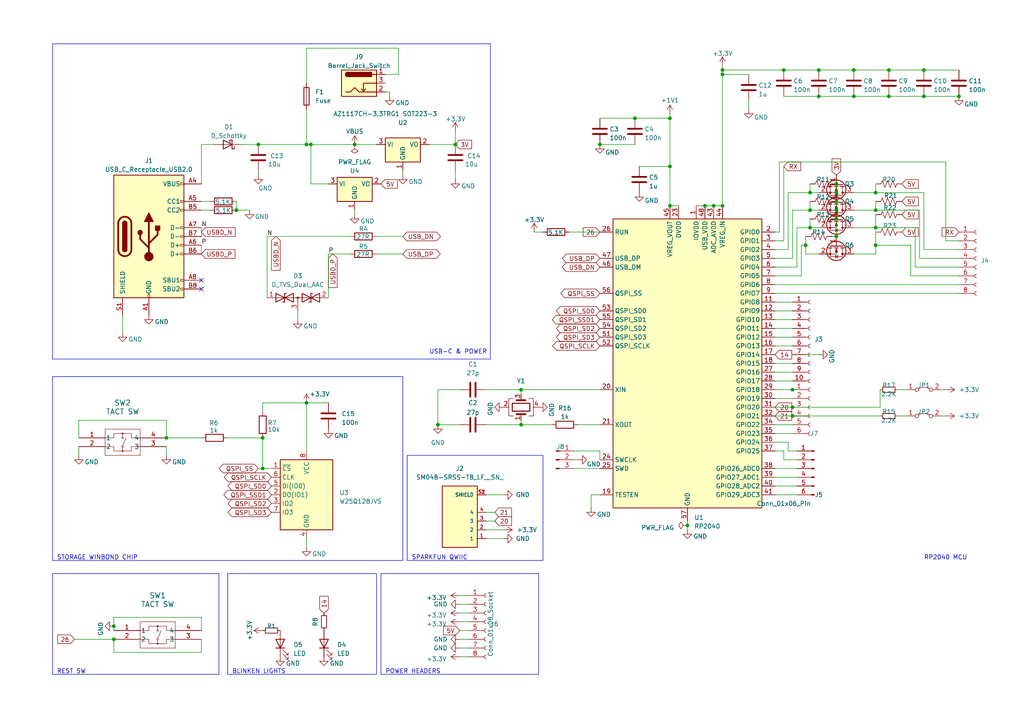
<source format=kicad_sch>
(kicad_sch (version 20230121) (generator eeschema)
  (paper "A4")
  (lib_symbols
    (symbol "BSS138_1" (pin_names hide)
      (property "Reference" "Q2" (at -5.08 5.08 90))
      (symbol "BSS138_1_1_1"
        (pin input line (at -2.54 0 0) (length 2.54) (name "G") (number "1"))
        (pin passive line (at 2.54 -5.08 90) (length 2.54) (name "S") (number "2"))
        (pin passive line (at 2.54 5.08 270) (length 2.54) (name "D") (number "3"))
      )
    )
    (symbol "Connector:Barrel_Jack_Switch" (pin_names hide)
      (property "Reference" "J" (at 0 5.334 0))
      (property "Value" "Barrel_Jack_Switch" (at 0 -5.08 0))
      (symbol "Barrel_Jack_Switch_1_1"
        (pin passive line (at 7.62 2.54 180) (length 2.54) (name "~") (number "1"))
        (pin passive line (at 7.62 -2.54 180) (length 2.54) (name "~") (number "2"))
        (pin passive line (at 7.62 0 180) (length 2.54) (name "~") (number "3"))
      )
    )
    (symbol "Connector:Conn_01x03_Pin" (pin_names (offset 1.016) hide)
      (property "Reference" "J" (at 0 5.08 0))
      (property "Value" "Conn_01x03_Pin" (at 0 -5.08 0))
      (symbol "Conn_01x03_Pin_1_1"
        (pin passive line (at 5.08 2.54 180) (length 3.81) (name "Pin_1") (number "1"))
        (pin passive line (at 5.08 0 180) (length 3.81) (name "Pin_2") (number "2"))
        (pin passive line (at 5.08 -2.54 180) (length 3.81) (name "Pin_3") (number "3"))
      )
    )
    (symbol "Connector:Conn_01x06_Pin" (pin_names (offset 1.016) hide)
      (property "Reference" "J" (at 0 7.62 0))
      (property "Value" "Conn_01x06_Pin" (at 0 -10.16 0))
      (symbol "Conn_01x06_Pin_1_1"
        (pin passive line (at 5.08 5.08 180) (length 3.81) (name "Pin_1") (number "1"))
        (pin passive line (at 5.08 2.54 180) (length 3.81) (name "Pin_2") (number "2"))
        (pin passive line (at 5.08 0 180) (length 3.81) (name "Pin_3") (number "3"))
        (pin passive line (at 5.08 -2.54 180) (length 3.81) (name "Pin_4") (number "4"))
        (pin passive line (at 5.08 -5.08 180) (length 3.81) (name "Pin_5") (number "5"))
        (pin passive line (at 5.08 -7.62 180) (length 3.81) (name "Pin_6") (number "6"))
      )
    )
    (symbol "Connector:Conn_01x06_Socket" (pin_names (offset 1.016) hide)
      (property "Reference" "J" (at 0 7.62 0))
      (property "Value" "Conn_01x06_Socket" (at 0 -10.16 0))
      (symbol "Conn_01x06_Socket_1_1"
        (pin passive line (at -5.08 5.08 0) (length 3.81) (name "Pin_1") (number "1"))
        (pin passive line (at -5.08 2.54 0) (length 3.81) (name "Pin_2") (number "2"))
        (pin passive line (at -5.08 0 0) (length 3.81) (name "Pin_3") (number "3"))
        (pin passive line (at -5.08 -2.54 0) (length 3.81) (name "Pin_4") (number "4"))
        (pin passive line (at -5.08 -5.08 0) (length 3.81) (name "Pin_5") (number "5"))
        (pin passive line (at -5.08 -7.62 0) (length 3.81) (name "Pin_6") (number "6"))
      )
    )
    (symbol "Connector:Conn_01x08_Socket" (pin_names (offset 1.016) hide)
      (property "Reference" "J" (at 0 10.16 0))
      (property "Value" "Conn_01x08_Socket" (at 0 -12.7 0))
      (symbol "Conn_01x08_Socket_1_1"
        (pin passive line (at -5.08 7.62 0) (length 3.81) (name "Pin_1") (number "1"))
        (pin passive line (at -5.08 5.08 0) (length 3.81) (name "Pin_2") (number "2"))
        (pin passive line (at -5.08 2.54 0) (length 3.81) (name "Pin_3") (number "3"))
        (pin passive line (at -5.08 0 0) (length 3.81) (name "Pin_4") (number "4"))
        (pin passive line (at -5.08 -2.54 0) (length 3.81) (name "Pin_5") (number "5"))
        (pin passive line (at -5.08 -5.08 0) (length 3.81) (name "Pin_6") (number "6"))
        (pin passive line (at -5.08 -7.62 0) (length 3.81) (name "Pin_7") (number "7"))
        (pin passive line (at -5.08 -10.16 0) (length 3.81) (name "Pin_8") (number "8"))
      )
    )
    (symbol "Connector:Conn_01x10_Socket" (pin_names (offset 1.016) hide)
      (property "Reference" "J" (at 0 12.7 0))
      (property "Value" "Conn_01x10_Socket" (at 0 -15.24 0))
      (symbol "Conn_01x10_Socket_1_1"
        (pin passive line (at -5.08 10.16 0) (length 3.81) (name "Pin_1") (number "1"))
        (pin passive line (at -5.08 -12.7 0) (length 3.81) (name "Pin_10") (number "10"))
        (pin passive line (at -5.08 7.62 0) (length 3.81) (name "Pin_2") (number "2"))
        (pin passive line (at -5.08 5.08 0) (length 3.81) (name "Pin_3") (number "3"))
        (pin passive line (at -5.08 2.54 0) (length 3.81) (name "Pin_4") (number "4"))
        (pin passive line (at -5.08 0 0) (length 3.81) (name "Pin_5") (number "5"))
        (pin passive line (at -5.08 -2.54 0) (length 3.81) (name "Pin_6") (number "6"))
        (pin passive line (at -5.08 -5.08 0) (length 3.81) (name "Pin_7") (number "7"))
        (pin passive line (at -5.08 -7.62 0) (length 3.81) (name "Pin_8") (number "8"))
        (pin passive line (at -5.08 -10.16 0) (length 3.81) (name "Pin_9") (number "9"))
      )
    )
    (symbol "Connector:USB_C_Receptacle_USB2.0" (pin_names (offset 1.016))
      (property "Reference" "J" (at -10.16 19.05 0))
      (property "Value" "USB_C_Receptacle_USB2.0" (at 19.05 19.05 0))
      (symbol "USB_C_Receptacle_USB2.0_1_1"
        (pin passive line (at 0 -22.86 90) (length 5.08) (name "GND") (number "A1"))
        (pin passive line (at 0 -22.86 90) (length 5.08) hide (name "GND") (number "A12"))
        (pin passive line (at 15.24 15.24 180) (length 5.08) (name "VBUS") (number "A4"))
        (pin bidirectional line (at 15.24 10.16 180) (length 5.08) (name "CC1") (number "A5"))
        (pin bidirectional line (at 15.24 -2.54 180) (length 5.08) (name "D+") (number "A6"))
        (pin bidirectional line (at 15.24 2.54 180) (length 5.08) (name "D-") (number "A7"))
        (pin bidirectional line (at 15.24 -12.7 180) (length 5.08) (name "SBU1") (number "A8"))
        (pin passive line (at 15.24 15.24 180) (length 5.08) hide (name "VBUS") (number "A9"))
        (pin passive line (at 0 -22.86 90) (length 5.08) hide (name "GND") (number "B1"))
        (pin passive line (at 0 -22.86 90) (length 5.08) hide (name "GND") (number "B12"))
        (pin passive line (at 15.24 15.24 180) (length 5.08) hide (name "VBUS") (number "B4"))
        (pin bidirectional line (at 15.24 7.62 180) (length 5.08) (name "CC2") (number "B5"))
        (pin bidirectional line (at 15.24 -5.08 180) (length 5.08) (name "D+") (number "B6"))
        (pin bidirectional line (at 15.24 0 180) (length 5.08) (name "D-") (number "B7"))
        (pin bidirectional line (at 15.24 -15.24 180) (length 5.08) (name "SBU2") (number "B8"))
        (pin passive line (at 15.24 15.24 180) (length 5.08) hide (name "VBUS") (number "B9"))
        (pin passive line (at -7.62 -22.86 90) (length 5.08) (name "SHIELD") (number "S1"))
      )
    )
    (symbol "Device:C" (pin_numbers hide) (pin_names (offset 0.254))
      (property "Reference" "C" (at 0.635 2.54 0))
      (property "Value" "C" (at 0.635 -2.54 0))
      (symbol "C_1_1"
        (pin passive line (at 0 3.81 270) (length 2.794) (name "~") (number "1"))
        (pin passive line (at 0 -3.81 90) (length 2.794) (name "~") (number "2"))
      )
    )
    (symbol "Device:Crystal_GND24" (pin_names (offset 1.016) hide)
      (property "Reference" "Y" (at 3.175 5.08 0))
      (property "Value" "Crystal_GND24" (at 3.175 3.175 0))
      (symbol "Crystal_GND24_1_1"
        (pin passive line (at -3.81 0 0) (length 1.27) (name "1") (number "1"))
        (pin passive line (at 0 5.08 270) (length 1.27) (name "2") (number "2"))
        (pin passive line (at 3.81 0 180) (length 1.27) (name "3") (number "3"))
        (pin passive line (at 0 -5.08 90) (length 1.27) (name "4") (number "4"))
      )
    )
    (symbol "Device:D_Schottky" (pin_numbers hide) (pin_names (offset 1.016) hide)
      (property "Reference" "D" (at 0 2.54 0))
      (property "Value" "D_Schottky" (at 0 -2.54 0))
      (symbol "D_Schottky_1_1"
        (pin passive line (at -3.81 0 0) (length 2.54) (name "K") (number "1"))
        (pin passive line (at 3.81 0 180) (length 2.54) (name "A") (number "2"))
      )
    )
    (symbol "Device:D_TVS_Dual_AAC" (pin_names (offset 1.016) hide)
      (property "Reference" "D" (at 0 4.445 0))
      (property "Value" "D_TVS_Dual_AAC" (at 0 2.54 0))
      (symbol "D_TVS_Dual_AAC_1_1"
        (pin passive line (at -8.89 0 0) (length 2.54) (name "A1") (number "1"))
        (pin passive line (at 8.89 0 180) (length 2.54) (name "A2") (number "2"))
        (pin input line (at 0 -3.81 90) (length 2.54) (name "common") (number "3"))
      )
    )
    (symbol "Device:Fuse" (pin_numbers hide) (pin_names (offset 0))
      (property "Reference" "F" (at 2.032 0 90))
      (property "Value" "Fuse" (at -1.905 0 90))
      (symbol "Fuse_1_1"
        (pin passive line (at 0 3.81 270) (length 1.27) (name "~") (number "1"))
        (pin passive line (at 0 -3.81 90) (length 1.27) (name "~") (number "2"))
      )
    )
    (symbol "Device:LED" (pin_numbers hide) (pin_names (offset 1.016) hide)
      (property "Reference" "D" (at 0 2.54 0))
      (property "Value" "LED" (at 0 -2.54 0))
      (symbol "LED_1_1"
        (pin passive line (at -3.81 0 0) (length 2.54) (name "K") (number "1"))
        (pin passive line (at 3.81 0 180) (length 2.54) (name "A") (number "2"))
      )
    )
    (symbol "Device:R" (pin_numbers hide) (pin_names (offset 0))
      (property "Reference" "R" (at 2.032 0 90))
      (property "Value" "R" (at 0 0 90))
      (symbol "R_1_1"
        (pin passive line (at 0 3.81 270) (length 1.27) (name "~") (number "1"))
        (pin passive line (at 0 -3.81 90) (length 1.27) (name "~") (number "2"))
      )
    )
    (symbol "Device:R_Small" (pin_numbers hide) (pin_names (offset 0.254) hide)
      (property "Reference" "R" (at 0.762 0.508 0))
      (property "Value" "R_Small" (at 0.762 -1.016 0))
      (symbol "R_Small_1_1"
        (pin passive line (at 0 2.54 270) (length 0.762) (name "~") (number "1"))
        (pin passive line (at 0 -2.54 90) (length 0.762) (name "~") (number "2"))
      )
    )
    (symbol "Device:R_US" (pin_numbers hide) (pin_names (offset 0))
      (property "Reference" "R" (at 2.54 0 90))
      (property "Value" "R_US" (at -2.54 0 90))
      (symbol "R_US_1_1"
        (pin passive line (at 0 3.81 270) (length 1.27) (name "~") (number "1"))
        (pin passive line (at 0 -3.81 90) (length 1.27) (name "~") (number "2"))
      )
    )
    (symbol "Jumper:Jumper_2_Bridged" (pin_names (offset 0) hide)
      (property "Reference" "JP" (at 0 1.905 0))
      (property "Value" "Jumper_2_Bridged" (at 0 -2.54 0))
      (symbol "Jumper_2_Bridged_1_1"
        (pin passive line (at -5.08 0 0) (length 2.54) (name "A") (number "1"))
        (pin passive line (at 5.08 0 180) (length 2.54) (name "B") (number "2"))
      )
    )
    (symbol "MCU_RaspberryPi:RP2040"
      (property "Reference" "U" (at 17.78 45.72 0))
      (property "Value" "RP2040" (at 17.78 43.18 0))
      (symbol "RP2040_1_1"
        (pin power_in line (at 2.54 45.72 270) (length 3.81) (name "IOVDD") (number "1"))
        (pin passive line (at 2.54 45.72 270) (length 3.81) hide (name "IOVDD") (number "10"))
        (pin bidirectional line (at 25.4 17.78 180) (length 3.81) (name "GPIO8") (number "11"))
        (pin bidirectional line (at 25.4 15.24 180) (length 3.81) (name "GPIO9") (number "12"))
        (pin bidirectional line (at 25.4 12.7 180) (length 3.81) (name "GPIO10") (number "13"))
        (pin bidirectional line (at 25.4 10.16 180) (length 3.81) (name "GPIO11") (number "14"))
        (pin bidirectional line (at 25.4 7.62 180) (length 3.81) (name "GPIO12") (number "15"))
        (pin bidirectional line (at 25.4 5.08 180) (length 3.81) (name "GPIO13") (number "16"))
        (pin bidirectional line (at 25.4 2.54 180) (length 3.81) (name "GPIO14") (number "17"))
        (pin bidirectional line (at 25.4 0 180) (length 3.81) (name "GPIO15") (number "18"))
        (pin input line (at -25.4 -38.1 0) (length 3.81) (name "TESTEN") (number "19"))
        (pin bidirectional line (at 25.4 38.1 180) (length 3.81) (name "GPIO0") (number "2"))
        (pin input line (at -25.4 -7.62 0) (length 3.81) (name "XIN") (number "20"))
        (pin passive line (at -25.4 -17.78 0) (length 3.81) (name "XOUT") (number "21"))
        (pin passive line (at 2.54 45.72 270) (length 3.81) hide (name "IOVDD") (number "22"))
        (pin power_in line (at -2.54 45.72 270) (length 3.81) (name "DVDD") (number "23"))
        (pin output line (at -25.4 -27.94 0) (length 3.81) (name "SWCLK") (number "24"))
        (pin bidirectional line (at -25.4 -30.48 0) (length 3.81) (name "SWD") (number "25"))
        (pin input line (at -25.4 38.1 0) (length 3.81) (name "RUN") (number "26"))
        (pin bidirectional line (at 25.4 -2.54 180) (length 3.81) (name "GPIO16") (number "27"))
        (pin bidirectional line (at 25.4 -5.08 180) (length 3.81) (name "GPIO17") (number "28"))
        (pin bidirectional line (at 25.4 -7.62 180) (length 3.81) (name "GPIO18") (number "29"))
        (pin bidirectional line (at 25.4 35.56 180) (length 3.81) (name "GPIO1") (number "3"))
        (pin bidirectional line (at 25.4 -10.16 180) (length 3.81) (name "GPIO19") (number "30"))
        (pin bidirectional line (at 25.4 -12.7 180) (length 3.81) (name "GPIO20") (number "31"))
        (pin bidirectional line (at 25.4 -15.24 180) (length 3.81) (name "GPIO21") (number "32"))
        (pin passive line (at 2.54 45.72 270) (length 3.81) hide (name "IOVDD") (number "33"))
        (pin bidirectional line (at 25.4 -17.78 180) (length 3.81) (name "GPIO22") (number "34"))
        (pin bidirectional line (at 25.4 -20.32 180) (length 3.81) (name "GPIO23") (number "35"))
        (pin bidirectional line (at 25.4 -22.86 180) (length 3.81) (name "GPIO24") (number "36"))
        (pin bidirectional line (at 25.4 -25.4 180) (length 3.81) (name "GPIO25") (number "37"))
        (pin bidirectional line (at 25.4 -30.48 180) (length 3.81) (name "GPIO26_ADC0") (number "38"))
        (pin bidirectional line (at 25.4 -33.02 180) (length 3.81) (name "GPIO27_ADC1") (number "39"))
        (pin bidirectional line (at 25.4 33.02 180) (length 3.81) (name "GPIO2") (number "4"))
        (pin bidirectional line (at 25.4 -35.56 180) (length 3.81) (name "GPIO28_ADC2") (number "40"))
        (pin bidirectional line (at 25.4 -38.1 180) (length 3.81) (name "GPIO29_ADC3") (number "41"))
        (pin passive line (at 2.54 45.72 270) (length 3.81) hide (name "IOVDD") (number "42"))
        (pin power_in line (at 7.62 45.72 270) (length 3.81) (name "ADC_AVDD") (number "43"))
        (pin power_in line (at 10.16 45.72 270) (length 3.81) (name "VREG_IN") (number "44"))
        (pin power_out line (at -5.08 45.72 270) (length 3.81) (name "VREG_VOUT") (number "45"))
        (pin bidirectional line (at -25.4 27.94 0) (length 3.81) (name "USB_DM") (number "46"))
        (pin bidirectional line (at -25.4 30.48 0) (length 3.81) (name "USB_DP") (number "47"))
        (pin power_in line (at 5.08 45.72 270) (length 3.81) (name "USB_VDD") (number "48"))
        (pin passive line (at 2.54 45.72 270) (length 3.81) hide (name "IOVDD") (number "49"))
        (pin bidirectional line (at 25.4 30.48 180) (length 3.81) (name "GPIO3") (number "5"))
        (pin passive line (at -2.54 45.72 270) (length 3.81) hide (name "DVDD") (number "50"))
        (pin bidirectional line (at -25.4 7.62 0) (length 3.81) (name "QSPI_SD3") (number "51"))
        (pin output line (at -25.4 5.08 0) (length 3.81) (name "QSPI_SCLK") (number "52"))
        (pin bidirectional line (at -25.4 15.24 0) (length 3.81) (name "QSPI_SD0") (number "53"))
        (pin bidirectional line (at -25.4 10.16 0) (length 3.81) (name "QSPI_SD2") (number "54"))
        (pin bidirectional line (at -25.4 12.7 0) (length 3.81) (name "QSPI_SD1") (number "55"))
        (pin bidirectional line (at -25.4 20.32 0) (length 3.81) (name "QSPI_SS") (number "56"))
        (pin power_in line (at 0 -45.72 90) (length 3.81) (name "GND") (number "57"))
        (pin bidirectional line (at 25.4 27.94 180) (length 3.81) (name "GPIO4") (number "6"))
        (pin bidirectional line (at 25.4 25.4 180) (length 3.81) (name "GPIO5") (number "7"))
        (pin bidirectional line (at 25.4 22.86 180) (length 3.81) (name "GPIO6") (number "8"))
        (pin bidirectional line (at 25.4 20.32 180) (length 3.81) (name "GPIO7") (number "9"))
      )
    )
    (symbol "Memory_Flash:W25Q128JVS"
      (property "Reference" "U" (at -8.89 8.89 0))
      (property "Value" "W25Q128JVS" (at 7.62 8.89 0))
      (symbol "W25Q128JVS_1_1"
        (pin input line (at -10.16 7.62 0) (length 2.54) (name "~{CS}") (number "1"))
        (pin bidirectional line (at -10.16 0 0) (length 2.54) (name "DO(IO1)") (number "2"))
        (pin bidirectional line (at -10.16 -2.54 0) (length 2.54) (name "IO2") (number "3"))
        (pin power_in line (at 0 -12.7 90) (length 2.54) (name "GND") (number "4"))
        (pin bidirectional line (at -10.16 2.54 0) (length 2.54) (name "DI(IO0)") (number "5"))
        (pin input line (at -10.16 5.08 0) (length 2.54) (name "CLK") (number "6"))
        (pin bidirectional line (at -10.16 -5.08 0) (length 2.54) (name "IO3") (number "7"))
        (pin power_in line (at 0 12.7 270) (length 2.54) (name "VCC") (number "8"))
      )
    )
    (symbol "Regulator_Linear:AMS1117-5.0"
      (property "Reference" "U" (at -3.81 3.175 0))
      (property "Value" "AMS1117-5.0" (at 0 3.175 0))
      (symbol "AMS1117-5.0_1_1"
        (pin power_in line (at 0 -7.62 90) (length 2.54) (name "GND") (number "1"))
        (pin power_out line (at 7.62 0 180) (length 2.54) (name "VO") (number "2"))
        (pin power_in line (at -7.62 0 0) (length 2.54) (name "VI") (number "3"))
      )
    )
    (symbol "Regulator_Linear:NCP1117-3.3_SOT223"
      (property "Reference" "U" (at -3.81 3.175 0))
      (property "Value" "NCP1117-3.3_SOT223" (at 0 3.175 0))
      (symbol "NCP1117-3.3_SOT223_1_1"
        (pin power_in line (at 0 -7.62 90) (length 2.54) (name "GND") (number "1"))
        (pin power_out line (at 7.62 0 180) (length 2.54) (name "VO") (number "2"))
        (pin power_in line (at -7.62 0 0) (length 2.54) (name "VI") (number "3"))
      )
    )
    (symbol "evqp7c01p:EVQP7C01P" (pin_names (offset 0.254))
      (property "Reference" "SW1" (at 12.7 10.16 0))
      (property "Value" "EVQP7C01P" (at 12.7 7.62 0))
      (symbol "EVQP7C01P_0_1"
        (pin passive line (at 0 0 0) (length 7.62) (name "1") (number "1"))
        (pin passive line (at 0 -2.54 0) (length 7.62) (name "2") (number "2"))
        (pin passive line (at 25.4 -2.54 180) (length 7.62) (name "3") (number "3"))
        (pin passive line (at 25.4 0 180) (length 7.62) (name "4") (number "4"))
      )
    )
    (symbol "power:+1V1" (power) (pin_names (offset 0))
      (property "Value" "+1V1" (at 0 3.556 0))
      (symbol "+1V1_1_1"
        (pin power_in line (at 0 0 90) (length 0) hide (name "+1V1") (number "1"))
      )
    )
    (symbol "power:+3.3V" (power) (pin_names (offset 0))
      (property "Value" "+3.3V" (at 0 3.556 0))
      (symbol "+3.3V_1_1"
        (pin power_in line (at 0 0 90) (length 0) hide (name "+3.3V") (number "1"))
      )
    )
    (symbol "power:GND" (power) (pin_names (offset 0))
      (property "Value" "GND" (at 0 -3.81 0))
      (symbol "GND_1_1"
        (pin power_in line (at 0 0 270) (length 0) hide (name "GND") (number "1"))
      )
    )
    (symbol "power:PWR_FLAG" (power) (pin_numbers hide) (pin_names (offset 0) hide)
      (property "Value" "PWR_FLAG" (at 0 3.81 0))
      (symbol "PWR_FLAG_0_0"
        (pin power_out line (at 0 0 90) (length 0) (name "pwr") (number "1"))
      )
    )
    (symbol "power:VBUS" (power) (pin_names (offset 0))
      (property "Value" "VBUS" (at 0 3.81 0))
      (symbol "VBUS_1_1"
        (pin power_in line (at 0 0 90) (length 0) hide (name "VBUS") (number "1"))
      )
    )
    (symbol "sparkfun-qwiic:SM04B-SRSS-TB_LF__SN_" (pin_names (offset 1.016))
      (property "Reference" "J" (at -5.0831 8.1433 0))
      (property "Value" "SM04B-SRSS-TB_LF__SN_" (at -5.0835 -11.9557 0))
      (symbol "SM04B-SRSS-TB_LF__SN__0_0"
        (pin passive line (at -7.62 5.08 0) (length 2.54) (name "1") (number "1"))
        (pin passive line (at -7.62 2.54 0) (length 2.54) (name "2") (number "2"))
        (pin passive line (at -7.62 0 0) (length 2.54) (name "3") (number "3"))
        (pin passive line (at -7.62 -2.54 0) (length 2.54) (name "4") (number "4"))
        (pin passive line (at -7.62 -7.62 0) (length 2.54) (name "SHIELD") (number "S1"))
        (pin passive line (at -7.62 -7.62 0) (length 2.54) (name "SHIELD") (number "S2"))
      )
    )
  )
  (junction (at 254 66.04))
  (junction (at 237.49 20.32))
  (junction (at 194.31 34.29))
  (junction (at 74.93 41.91))
  (junction (at 242.57 58.42))
  (junction (at 76.2 127))
  (junction (at 257.81 27.94))
  (junction (at 48.26 127))
  (junction (at 88.9 116.84))
  (junction (at 127 123.19))
  (junction (at 254 55.88))
  (junction (at 237.49 27.94))
  (junction (at 209.55 59.69))
  (junction (at 204.47 59.69))
  (junction (at 234.95 60.96))
  (junction (at 229.87 118.11))
  (junction (at 242.57 60.96))
  (junction (at 76.2 135.89))
  (junction (at 209.55 20.32))
  (junction (at 194.31 48.26))
  (junction (at 242.57 63.5))
  (junction (at 209.55 21.59))
  (junction (at 242.57 53.34))
  (junction (at 102.87 41.91))
  (junction (at 207.01 59.69))
  (junction (at 257.81 20.32))
  (junction (at 33.02 181.61))
  (junction (at 194.31 59.69))
  (junction (at 242.57 55.88))
  (junction (at 88.9 41.91))
  (junction (at 90.17 41.91))
  (junction (at 278.13 27.94))
  (junction (at 233.68 71.12))
  (junction (at 247.65 20.32))
  (junction (at 68.58 60.96))
  (junction (at 184.15 34.29))
  (junction (at 132.08 41.91))
  (junction (at 234.95 55.88))
  (junction (at 173.99 41.91))
  (junction (at 242.57 68.58))
  (junction (at 229.87 113.03))
  (junction (at 254 71.12))
  (junction (at 151.13 123.19))
  (junction (at 247.65 27.94))
  (junction (at 199.39 152.4))
  (junction (at 267.97 27.94))
  (junction (at 254 60.96))
  (junction (at 33.02 185.42))
  (junction (at 267.97 20.32))
  (junction (at 229.87 120.65))
  (junction (at 151.13 113.03))
  (junction (at 234.95 66.04))
  (junction (at 227.33 20.32))
  (no_connect (at 58.42 81.28))
  (no_connect (at 58.42 83.82))
  (wire (pts (xy 69.85 41.91) (xy 74.93 41.91)))
  (wire (pts (xy 254 71.12) (xy 264.16 71.12)))
  (wire (pts (xy 167.64 123.19) (xy 173.99 123.19)))
  (wire (pts (xy 173.99 41.91) (xy 184.15 41.91)))
  (wire (pts (xy 76.2 135.89) (xy 78.74 135.89)))
  (wire (pts (xy 133.35 177.8) (xy 135.89 177.8)))
  (wire (pts (xy 74.93 135.89) (xy 76.2 135.89)))
  (wire (pts (xy 66.04 127) (xy 76.2 127)))
  (wire (pts (xy 194.31 48.26) (xy 194.31 59.69)))
  (wire (pts (xy 228.6 130.81) (xy 231.14 130.81)))
  (wire (pts (xy 224.79 110.49) (xy 229.87 110.49)))
  (wire (pts (xy 254 73.66) (xy 254 71.12)))
  (wire (pts (xy 224.79 87.63) (xy 229.87 87.63)))
  (wire (pts (xy 224.79 140.97) (xy 231.14 140.97)))
  (wire (pts (xy 33.02 182.88) (xy 33.02 181.61)))
  (wire (pts (xy 233.68 73.66) (xy 237.49 73.66)))
  (wire (pts (xy 233.68 68.58) (xy 233.68 71.12)))
  (wire (pts (xy 224.79 95.25) (xy 229.87 95.25)))
  (wire (pts (xy 264.16 71.12) (xy 264.16 80.01)))
  (wire (pts (xy 102.87 41.91) (xy 109.22 41.91)))
  (wire (pts (xy 22.86 121.92) (xy 48.26 121.92)))
  (wire (pts (xy 194.31 33.02) (xy 194.31 34.29)))
  (wire (pts (xy 224.79 97.79) (xy 229.87 97.79)))
  (wire (pts (xy 151.13 123.19) (xy 160.02 123.19)))
  (wire (pts (xy 224.79 120.65) (xy 229.87 120.65)))
  (wire (pts (xy 229.87 102.87) (xy 237.49 102.87)))
  (wire (pts (xy 224.79 135.89) (xy 231.14 135.89)))
  (wire (pts (xy 260.35 120.65) (xy 262.89 120.65)))
  (wire (pts (xy 232.41 71.12) (xy 233.68 71.12)))
  (wire (pts (xy 231.14 77.47) (xy 231.14 66.04)))
  (wire (pts (xy 247.65 27.94) (xy 257.81 27.94)))
  (wire (pts (xy 194.31 34.29) (xy 194.31 48.26)))
  (wire (pts (xy 273.05 113.03) (xy 274.32 113.03)))
  (wire (pts (xy 232.41 80.01) (xy 232.41 71.12)))
  (wire (pts (xy 265.43 66.04) (xy 265.43 77.47)))
  (wire (pts (xy 224.79 138.43) (xy 231.14 138.43)))
  (wire (pts (xy 226.06 67.31) (xy 224.79 67.31)))
  (wire (pts (xy 201.93 59.69) (xy 204.47 59.69)))
  (wire (pts (xy 254 60.96) (xy 266.7 60.96)))
  (wire (pts (xy 68.58 60.96) (xy 72.39 60.96)))
  (wire (pts (xy 229.87 120.65) (xy 255.27 120.65)))
  (wire (pts (xy 166.37 135.89) (xy 173.99 135.89)))
  (wire (pts (xy 254 58.42) (xy 254 60.96)))
  (wire (pts (xy 274.32 69.85) (xy 278.13 69.85)))
  (wire (pts (xy 173.99 143.51) (xy 171.45 143.51)))
  (wire (pts (xy 242.57 58.42) (xy 242.57 60.96)))
  (wire (pts (xy 58.42 189.23) (xy 58.42 185.42)))
  (wire (pts (xy 102.87 60.96) (xy 102.87 62.23)))
  (wire (pts (xy 33.02 181.61) (xy 33.02 179.07)))
  (wire (pts (xy 224.79 80.01) (xy 232.41 80.01)))
  (wire (pts (xy 95.25 53.34) (xy 90.17 53.34)))
  (wire (pts (xy 255.27 118.11) (xy 255.27 113.03)))
  (wire (pts (xy 264.16 80.01) (xy 278.13 80.01)))
  (wire (pts (xy 224.79 77.47) (xy 231.14 77.47)))
  (wire (pts (xy 109.22 68.58) (xy 116.84 68.58)))
  (wire (pts (xy 254 55.88) (xy 267.97 55.88)))
  (wire (pts (xy 35.56 91.44) (xy 35.56 96.52)))
  (wire (pts (xy 132.08 49.53) (xy 132.08 52.07)))
  (wire (pts (xy 166.37 130.81) (xy 173.99 130.81)))
  (wire (pts (xy 151.13 113.03) (xy 151.13 114.3)))
  (wire (pts (xy 267.97 72.39) (xy 278.13 72.39)))
  (wire (pts (xy 58.42 41.91) (xy 62.23 41.91)))
  (wire (pts (xy 33.02 179.07) (xy 58.42 179.07)))
  (wire (pts (xy 229.87 60.96) (xy 234.95 60.96)))
  (wire (pts (xy 224.79 107.95) (xy 229.87 107.95)))
  (wire (pts (xy 77.47 68.58) (xy 101.6 68.58)))
  (wire (pts (xy 227.33 27.94) (xy 237.49 27.94)))
  (wire (pts (xy 115.57 21.59) (xy 115.57 13.97)))
  (wire (pts (xy 21.59 185.42) (xy 33.02 185.42)))
  (wire (pts (xy 227.33 69.85) (xy 227.33 48.26)))
  (wire (pts (xy 127 123.19) (xy 133.35 123.19)))
  (wire (pts (xy 140.97 151.13) (xy 143.51 151.13)))
  (wire (pts (xy 247.65 55.88) (xy 254 55.88)))
  (wire (pts (xy 229.87 113.03) (xy 231.14 113.03)))
  (wire (pts (xy 90.17 41.91) (xy 102.87 41.91)))
  (wire (pts (xy 88.9 31.75) (xy 88.9 41.91)))
  (wire (pts (xy 133.35 190.5) (xy 135.89 190.5)))
  (wire (pts (xy 231.14 66.04) (xy 234.95 66.04)))
  (wire (pts (xy 146.05 153.67) (xy 140.97 153.67)))
  (wire (pts (xy 48.26 127) (xy 58.42 127)))
  (wire (pts (xy 173.99 34.29) (xy 184.15 34.29)))
  (wire (pts (xy 124.46 41.91) (xy 132.08 41.91)))
  (wire (pts (xy 267.97 20.32) (xy 278.13 20.32)))
  (wire (pts (xy 22.86 127) (xy 22.86 121.92)))
  (wire (pts (xy 224.79 130.81) (xy 227.33 130.81)))
  (wire (pts (xy 226.06 46.99) (xy 274.32 46.99)))
  (wire (pts (xy 224.79 125.73) (xy 229.87 125.73)))
  (wire (pts (xy 260.35 113.03) (xy 262.89 113.03)))
  (wire (pts (xy 265.43 77.47) (xy 278.13 77.47)))
  (wire (pts (xy 233.68 73.66) (xy 233.68 71.12)))
  (wire (pts (xy 209.55 21.59) (xy 217.17 21.59)))
  (wire (pts (xy 226.06 46.99) (xy 226.06 67.31)))
  (wire (pts (xy 86.36 90.17) (xy 86.36 92.71)))
  (wire (pts (xy 224.79 82.55) (xy 278.13 82.55)))
  (wire (pts (xy 242.57 53.34) (xy 242.57 55.88)))
  (wire (pts (xy 224.79 92.71) (xy 229.87 92.71)))
  (wire (pts (xy 254 67.31) (xy 254 71.12)))
  (wire (pts (xy 229.87 118.11) (xy 255.27 118.11)))
  (wire (pts (xy 22.86 129.54) (xy 22.86 132.08)))
  (wire (pts (xy 209.55 20.32) (xy 209.55 21.59)))
  (wire (pts (xy 184.15 34.29) (xy 194.31 34.29)))
  (wire (pts (xy 140.97 123.19) (xy 151.13 123.19)))
  (wire (pts (xy 228.6 72.39) (xy 228.6 55.88)))
  (wire (pts (xy 209.55 19.05) (xy 209.55 20.32)))
  (wire (pts (xy 266.7 60.96) (xy 266.7 74.93)))
  (wire (pts (xy 58.42 53.34) (xy 58.42 41.91)))
  (wire (pts (xy 234.95 66.04) (xy 237.49 66.04)))
  (wire (pts (xy 133.35 182.88) (xy 135.89 182.88)))
  (wire (pts (xy 95.25 73.66) (xy 95.25 86.36)))
  (wire (pts (xy 165.1 67.31) (xy 173.99 67.31)))
  (wire (pts (xy 133.35 185.42) (xy 135.89 185.42)))
  (wire (pts (xy 224.79 143.51) (xy 231.14 143.51)))
  (wire (pts (xy 207.01 59.69) (xy 209.55 59.69)))
  (wire (pts (xy 88.9 116.84) (xy 88.9 130.81)))
  (wire (pts (xy 254 66.04) (xy 265.43 66.04)))
  (wire (pts (xy 58.42 71.12) (xy 58.42 73.66)))
  (wire (pts (xy 224.79 85.09) (xy 278.13 85.09)))
  (wire (pts (xy 33.02 189.23) (xy 58.42 189.23)))
  (wire (pts (xy 127 113.03) (xy 133.35 113.03)))
  (wire (pts (xy 234.95 60.96) (xy 237.49 60.96)))
  (wire (pts (xy 90.17 53.34) (xy 90.17 41.91)))
  (wire (pts (xy 199.39 153.67) (xy 199.39 152.4)))
  (wire (pts (xy 58.42 58.42) (xy 60.96 58.42)))
  (wire (pts (xy 58.42 60.96) (xy 60.96 60.96)))
  (wire (pts (xy 199.39 152.4) (xy 199.39 151.13)))
  (wire (pts (xy 247.65 66.04) (xy 254 66.04)))
  (wire (pts (xy 209.55 20.32) (xy 227.33 20.32)))
  (wire (pts (xy 77.47 68.58) (xy 77.47 86.36)))
  (wire (pts (xy 247.65 73.66) (xy 254 73.66)))
  (wire (pts (xy 257.81 20.32) (xy 267.97 20.32)))
  (wire (pts (xy 224.79 90.17) (xy 229.87 90.17)))
  (wire (pts (xy 242.57 60.96) (xy 242.57 63.5)))
  (wire (pts (xy 242.57 50.8) (xy 242.57 53.34)))
  (wire (pts (xy 133.35 187.96) (xy 135.89 187.96)))
  (wire (pts (xy 111.76 26.67) (xy 113.03 26.67)))
  (wire (pts (xy 113.03 26.67) (xy 113.03 27.94)))
  (wire (pts (xy 151.13 121.92) (xy 151.13 123.19)))
  (wire (pts (xy 209.55 21.59) (xy 209.55 59.69)))
  (wire (pts (xy 116.84 49.53) (xy 116.84 50.8)))
  (wire (pts (xy 58.42 66.04) (xy 58.42 68.58)))
  (wire (pts (xy 146.05 143.51) (xy 140.97 143.51)))
  (wire (pts (xy 241.3 68.58) (xy 242.57 68.58)))
  (wire (pts (xy 273.05 120.65) (xy 274.32 120.65)))
  (wire (pts (xy 76.2 116.84) (xy 88.9 116.84)))
  (wire (pts (xy 68.58 58.42) (xy 68.58 60.96)))
  (wire (pts (xy 217.17 29.21) (xy 217.17 31.75)))
  (wire (pts (xy 146.05 156.21) (xy 140.97 156.21)))
  (wire (pts (xy 227.33 20.32) (xy 237.49 20.32)))
  (wire (pts (xy 247.65 60.96) (xy 254 60.96)))
  (wire (pts (xy 111.76 21.59) (xy 115.57 21.59)))
  (wire (pts (xy 224.79 115.57) (xy 229.87 115.57)))
  (wire (pts (xy 171.45 143.51) (xy 171.45 147.32)))
  (wire (pts (xy 237.49 20.32) (xy 247.65 20.32)))
  (wire (pts (xy 224.79 72.39) (xy 228.6 72.39)))
  (wire (pts (xy 133.35 172.72) (xy 135.89 172.72)))
  (wire (pts (xy 132.08 38.1) (xy 132.08 41.91)))
  (wire (pts (xy 33.02 185.42) (xy 33.02 189.23)))
  (wire (pts (xy 274.32 46.99) (xy 274.32 69.85)))
  (wire (pts (xy 109.22 73.66) (xy 116.84 73.66)))
  (wire (pts (xy 151.13 113.03) (xy 173.99 113.03)))
  (wire (pts (xy 224.79 74.93) (xy 229.87 74.93)))
  (wire (pts (xy 254 53.34) (xy 254 55.88)))
  (wire (pts (xy 224.79 100.33) (xy 229.87 100.33)))
  (wire (pts (xy 140.97 113.03) (xy 151.13 113.03)))
  (wire (pts (xy 133.35 180.34) (xy 135.89 180.34)))
  (wire (pts (xy 224.79 113.03) (xy 229.87 113.03)))
  (wire (pts (xy 229.87 74.93) (xy 229.87 60.96)))
  (wire (pts (xy 224.79 128.27) (xy 228.6 128.27)))
  (wire (pts (xy 234.95 55.88) (xy 237.49 55.88)))
  (wire (pts (xy 242.57 55.88) (xy 242.57 58.42)))
  (wire (pts (xy 234.95 63.5) (xy 234.95 66.04)))
  (wire (pts (xy 185.42 48.26) (xy 194.31 48.26)))
  (wire (pts (xy 224.79 123.19) (xy 229.87 123.19)))
  (wire (pts (xy 88.9 41.91) (xy 90.17 41.91)))
  (wire (pts (xy 48.26 121.92) (xy 48.26 127)))
  (wire (pts (xy 257.81 27.94) (xy 267.97 27.94)))
  (wire (pts (xy 242.57 63.5) (xy 242.57 68.58)))
  (wire (pts (xy 74.93 41.91) (xy 88.9 41.91)))
  (wire (pts (xy 224.79 69.85) (xy 227.33 69.85)))
  (wire (pts (xy 88.9 13.97) (xy 88.9 24.13)))
  (wire (pts (xy 166.37 133.35) (xy 167.64 133.35)))
  (wire (pts (xy 74.93 49.53) (xy 74.93 50.8)))
  (wire (pts (xy 228.6 128.27) (xy 228.6 130.81)))
  (wire (pts (xy 154.94 67.31) (xy 157.48 67.31)))
  (wire (pts (xy 48.26 129.54) (xy 48.26 132.08)))
  (wire (pts (xy 234.95 58.42) (xy 234.95 60.96)))
  (wire (pts (xy 267.97 27.94) (xy 278.13 27.94)))
  (wire (pts (xy 227.33 130.81) (xy 227.33 133.35)))
  (wire (pts (xy 237.49 27.94) (xy 247.65 27.94)))
  (wire (pts (xy 194.31 59.69) (xy 196.85 59.69)))
  (wire (pts (xy 173.99 130.81) (xy 173.99 133.35)))
  (wire (pts (xy 88.9 156.21) (xy 88.9 158.75)))
  (wire (pts (xy 224.79 118.11) (xy 229.87 118.11)))
  (wire (pts (xy 115.57 13.97) (xy 88.9 13.97)))
  (wire (pts (xy 76.2 116.84) (xy 76.2 119.38)))
  (wire (pts (xy 95.25 73.66) (xy 101.6 73.66)))
  (wire (pts (xy 234.95 53.34) (xy 234.95 55.88)))
  (wire (pts (xy 267.97 55.88) (xy 267.97 72.39)))
  (wire (pts (xy 224.79 105.41) (xy 229.87 105.41)))
  (wire (pts (xy 58.42 179.07) (xy 58.42 182.88)))
  (wire (pts (xy 88.9 116.84) (xy 95.25 116.84)))
  (wire (pts (xy 266.7 74.93) (xy 278.13 74.93)))
  (wire (pts (xy 127 123.19) (xy 127 113.03)))
  (wire (pts (xy 76.2 127) (xy 76.2 135.89)))
  (wire (pts (xy 254 62.23) (xy 254 66.04)))
  (wire (pts (xy 133.35 175.26) (xy 135.89 175.26)))
  (wire (pts (xy 228.6 55.88) (xy 234.95 55.88)))
  (wire (pts (xy 140.97 148.59) (xy 143.51 148.59)))
  (wire (pts (xy 204.47 59.69) (xy 207.01 59.69)))
  (wire (pts (xy 227.33 133.35) (xy 231.14 133.35)))
  (wire (pts (xy 247.65 20.32) (xy 257.81 20.32)))
  (rectangle (start 110.49 166.37) (end 156.21 195.58))
  (rectangle (start 15.24 109.22) (end 116.84 162.56))
  (rectangle (start 15.24 166.37) (end 63.5 195.58))
  (rectangle (start 118.11 132.08) (end 157.48 162.56))
  (rectangle (start 66.04 166.37) (end 109.22 195.58))
  (rectangle (start 15.24 12.7) (end 142.24 104.14))
  (text "RP2040 MCU" (at 267.97 162.56 0) (effects (font (size 1.27 1.27)) (justify left bottom)))
  (text "SPARKFUN QWIIC" (at 119.38 162.56 0) (effects (font (size 1.27 1.27)) (justify left bottom)))
  (text "REST SW" (at 16.51 195.58 0) (effects (font (size 1.27 1.27)) (justify left bottom)))
  (text "STORAGE WINBOND CHIP" (at 16.51 162.56 0) (effects (font (size 1.27 1.27)) (justify left bottom)))
  (text "BLINKEN LIGHTS" (at 67.31 195.58 0) (effects (font (size 1.27 1.27)) (justify left bottom)))
  (text "POWER HEADERS" (at 111.76 195.58 0) (effects (font (size 1.27 1.27)) (justify left bottom)))
  (text "USB-C & POWER" (at 124.46 102.87 0) (effects (font (size 1.27 1.27)) (justify left bottom)))
  (label "P" (at 58.42 71.12 0))
  (label "N" (at 58.42 66.04 0))
  (label "P" (at 95.25 73.66 0))
  (label "N" (at 77.47 68.58 0))
  (global_label "USBD_P" (shape input) (at 96.52 73.66 270) (property "Intersheetrefs" "${INTERSHEET_REFS}" (effects hide)))
  (global_label "26" (shape input) (at 21.59 185.42 180) (property "Intersheetrefs" "${INTERSHEET_REFS}" (effects hide)))
  (global_label "QSPI_SD3" (shape bidirectional) (at 173.99 97.79 180) (property "Intersheetrefs" "${INTERSHEET_REFS}" (effects hide)))
  (global_label "USB_DP" (shape bidirectional) (at 116.84 73.66 0) (property "Intersheetrefs" "${INTERSHEET_REFS}" (effects hide)))
  (global_label "5V" (shape input) (at 133.35 182.88 180) (property "Intersheetrefs" "${INTERSHEET_REFS}" (effects hide)))
  (global_label "RX" (shape input) (at 278.13 67.31 180) (property "Intersheetrefs" "${INTERSHEET_REFS}" (effects hide)))
  (global_label "5V" (shape input) (at 261.62 58.42 0) (property "Intersheetrefs" "${INTERSHEET_REFS}" (effects hide)))
  (global_label "14" (shape input) (at 93.98 177.8 90) (property "Intersheetrefs" "${INTERSHEET_REFS}" (effects hide)))
  (global_label "5V" (shape input) (at 261.62 53.34 0) (property "Intersheetrefs" "${INTERSHEET_REFS}" (effects hide)))
  (global_label "14" (shape input) (at 224.79 102.87 0) (property "Intersheetrefs" "${INTERSHEET_REFS}" (effects hide)))
  (global_label "USB_DN" (shape bidirectional) (at 116.84 68.58 0) (property "Intersheetrefs" "${INTERSHEET_REFS}" (effects hide)))
  (global_label "3V" (shape input) (at 242.57 50.8 90) (property "Intersheetrefs" "${INTERSHEET_REFS}" (effects hide)))
  (global_label "21" (shape input) (at 224.79 120.65 0) (property "Intersheetrefs" "${INTERSHEET_REFS}" (effects hide)))
  (global_label "QSPI_SD3" (shape bidirectional) (at 78.74 148.59 180) (property "Intersheetrefs" "${INTERSHEET_REFS}" (effects hide)))
  (global_label "RX" (shape input) (at 227.33 48.26 0) (property "Intersheetrefs" "${INTERSHEET_REFS}" (effects hide)))
  (global_label "26" (shape input) (at 173.99 67.31 180) (property "Intersheetrefs" "${INTERSHEET_REFS}" (effects hide)))
  (global_label "5V" (shape input) (at 261.62 67.31 0) (property "Intersheetrefs" "${INTERSHEET_REFS}" (effects hide)))
  (global_label "USBD_N" (shape input) (at 80.01 68.58 270) (property "Intersheetrefs" "${INTERSHEET_REFS}" (effects hide)))
  (global_label "5V" (shape input) (at 261.62 62.23 0) (property "Intersheetrefs" "${INTERSHEET_REFS}" (effects hide)))
  (global_label "20" (shape input) (at 143.51 151.13 0) (property "Intersheetrefs" "${INTERSHEET_REFS}" (effects hide)))
  (global_label "5V" (shape input) (at 110.49 53.34 0) (property "Intersheetrefs" "${INTERSHEET_REFS}" (effects hide)))
  (global_label "20" (shape input) (at 224.79 118.11 0) (property "Intersheetrefs" "${INTERSHEET_REFS}" (effects hide)))
  (global_label "USBD_P" (shape input) (at 58.42 73.66 0) (property "Intersheetrefs" "${INTERSHEET_REFS}" (effects hide)))
  (global_label "QSPI_SS" (shape bidirectional) (at 74.93 135.89 180) (property "Intersheetrefs" "${INTERSHEET_REFS}" (effects hide)))
  (global_label "QSPI_SD0" (shape bidirectional) (at 173.99 90.17 180) (property "Intersheetrefs" "${INTERSHEET_REFS}" (effects hide)))
  (global_label "USBD_N" (shape input) (at 58.42 67.31 0) (property "Intersheetrefs" "${INTERSHEET_REFS}" (effects hide)))
  (global_label "QSPI_SS" (shape bidirectional) (at 173.99 85.09 180) (property "Intersheetrefs" "${INTERSHEET_REFS}" (effects hide)))
  (global_label "21" (shape input) (at 143.51 148.59 0) (property "Intersheetrefs" "${INTERSHEET_REFS}" (effects hide)))
  (global_label "QSPI_SD2" (shape bidirectional) (at 78.74 146.05 180) (property "Intersheetrefs" "${INTERSHEET_REFS}" (effects hide)))
  (global_label "USB_DN" (shape bidirectional) (at 173.99 77.47 180) (property "Intersheetrefs" "${INTERSHEET_REFS}" (effects hide)))
  (global_label "QSPI_SCLK" (shape bidirectional) (at 78.74 138.43 180) (property "Intersheetrefs" "${INTERSHEET_REFS}" (effects hide)))
  (global_label "QSPI_SSD1" (shape bidirectional) (at 78.74 143.51 180) (property "Intersheetrefs" "${INTERSHEET_REFS}" (effects hide)))
  (global_label "QSPI_SSD1" (shape bidirectional) (at 173.99 92.71 180) (property "Intersheetrefs" "${INTERSHEET_REFS}" (effects hide)))
  (global_label "QSPI_SD0" (shape bidirectional) (at 78.74 140.97 180) (property "Intersheetrefs" "${INTERSHEET_REFS}" (effects hide)))
  (global_label "QSPI_SCLK" (shape bidirectional) (at 173.99 100.33 180) (property "Intersheetrefs" "${INTERSHEET_REFS}" (effects hide)))
  (global_label "USB_DP" (shape bidirectional) (at 173.99 74.93 180) (property "Intersheetrefs" "${INTERSHEET_REFS}" (effects hide)))
  (global_label "3V" (shape input) (at 132.08 41.91 0) (property "Intersheetrefs" "${INTERSHEET_REFS}" (effects hide)))
  (global_label "QSPI_SD2" (shape bidirectional) (at 173.99 95.25 180) (property "Intersheetrefs" "${INTERSHEET_REFS}" (effects hide)))
  (symbol (lib_id "Memory_Flash:W25Q128JVS") (at 88.9 143.51 0) (unit 1)
    (property "Reference" "U3" (at 98.425 142.875 0) (effects (justify left)))
    (property "Value" "W25Q128JVS" (at 98.425 145.415 0) (effects (justify left)))
    (property "Footprint" "Package_SO:SOIC-8_5.23x5.23mm_P1.27mm" (effects hide))
    (property "Datasheet" "http://www.winbond.com/resource-files/w25q128jv_dtr%20revc%2003272018%20plus.pdf" (effects hide))
  )
  (symbol (lib_id "power:+3.3V") (at 76.2 182.88 90) (unit 1)
    (property "Reference" "#PWR038" (effects hide))
    (property "Value" "+3.3V" (at 72.39 182.88 0))
  )
  (symbol (lib_id "Device:Fuse") (at 88.9 27.94 0) (unit 1)
    (property "Reference" "F1" (at 91.44 26.67 0) (effects (justify left)))
    (property "Value" "Fuse" (at 91.44 29.21 0) (effects (justify left)))
    (property "Footprint" "Fuse:Fuse_1206_3216Metric_Pad1.42x1.75mm_HandSolder" (effects hide))
  )
  (symbol (lib_id "power:GND") (at 167.64 133.35 90) (unit 1)
    (property "Reference" "#PWR02" (effects hide))
    (property "Value" "GND" (at 170.18 134.62 90) (effects (justify right)))
  )
  (symbol (lib_id "power:+3.3V") (at 274.32 120.65 270) (unit 1)
    (property "Reference" "#PWR046" (effects hide))
    (property "Value" "+3.3V" (at 278.13 120.65 90) (effects (justify left)))
  )
  (symbol (lib_id "Device:D_Schottky") (at 66.04 41.91 180) (unit 1)
    (property "Reference" "D1" (at 66.3575 36.83 0))
    (property "Value" "D_Schottky" (at 66.3575 39.37 0))
    (property "Footprint" "Diode_SMD:D_SOD-128" (effects hide))
  )
  (symbol (lib_id "power:+3.3V") (at 274.32 113.03 270) (unit 1)
    (property "Reference" "#PWR045" (effects hide))
    (property "Value" "+3.3V" (at 278.13 113.03 90) (effects (justify left)))
  )
  (symbol (lib_id "power:+3.3V") (at 154.94 67.31 0) (unit 1)
    (property "Reference" "#PWR043" (effects hide))
    (property "Value" "+3.3V" (at 154.94 63.754 0))
  )
  (symbol (lib_id "power:GND") (at 127 123.19 0) (unit 1)
    (property "Reference" "#PWR01" (effects hide))
    (property "Value" "GND" (at 127 128.397 0))
  )
  (symbol (lib_id "power:GND") (at 95.25 124.46 0) (unit 1)
    (property "Reference" "#PWR024" (effects hide))
    (property "Value" "GND" (at 96.901 126.365 0) (effects (justify left)))
  )
  (symbol (lib_id "power:PWR_FLAG") (at 102.87 41.91 180) (unit 1)
    (property "Reference" "#FLG01" (effects hide))
    (property "Value" "PWR_FLAG" (at 102.87 46.99 0))
  )
  (symbol (lib_id "Jumper:Jumper_2_Bridged") (at 267.97 120.65 0) (unit 1)
    (property "Reference" "JP2" (at 267.97 119.38 0))
    (property "Value" "Jumper_2_Bridged" (effects hide))
    (property "Footprint" "Jumper:SolderJumper-2_P1.3mm_Open_RoundedPad1.0x1.5mm" (effects hide))
  )
  (symbol (lib_id "Device:R_Small") (at 93.98 180.34 180) (unit 1)
    (property "Reference" "R8" (at 91.44 180.34 90))
    (property "Value" "R_Small" (effects hide))
    (property "Footprint" "Resistor_SMD:R_0805_2012Metric" (effects hide))
  )
  (symbol (lib_id "Device:R_Small") (at 78.74 182.88 90) (unit 1)
    (property "Reference" "R1" (at 78.74 181.61 90))
    (property "Value" "R_Small" (effects hide))
    (property "Footprint" "Resistor_SMD:R_0805_2012Metric" (effects hide))
  )
  (symbol (lib_id "power:GND") (at 43.18 91.44 0) (unit 1)
    (property "Reference" "#PWR04" (effects hide))
    (property "Value" "GND" (at 44.831 93.345 0) (effects (justify left)))
  )
  (symbol (lib_id "power:+3.3V") (at 133.35 180.34 90) (unit 1)
    (property "Reference" "#PWR029" (effects hide))
    (property "Value" "+3.3V" (at 129.54 180.975 90) (effects (justify left)))
  )
  (symbol (lib_id "Regulator_Linear:NCP1117-3.3_SOT223") (at 116.84 41.91 0) (unit 1)
    (property "Reference" "U2" (at 116.84 35.56 0))
    (property "Value" "AZ1117CH-3.3TRG1 SOT223-3" (at 111.76 33.02 0))
    (property "Footprint" "Package_TO_SOT_SMD:SOT-223-3_TabPin2" (effects hide))
    (property "Datasheet" "http://www.onsemi.com/pub_link/Collateral/NCP1117-D.PDF" (effects hide))
  )
  (symbol (lib_id "Device:D_TVS_Dual_AAC") (at 86.36 86.36 0) (unit 1)
    (property "Reference" "D3" (at 86.36 80.01 0))
    (property "Value" "D_TVS_Dual_AAC" (at 86.36 82.55 0))
    (property "Footprint" "Package_TO_SOT_SMD:SOT-23" (effects hide))
  )
  (symbol (lib_id "power:+3.3V") (at 133.35 172.72 90) (unit 1)
    (property "Reference" "#PWR033" (effects hide))
    (property "Value" "+3.3V" (at 129.54 173.355 90) (effects (justify left)))
  )
  (symbol (lib_id "power:VBUS") (at 102.87 41.91 0) (unit 1)
    (property "Reference" "#PWR09" (effects hide))
    (property "Value" "VBUS" (at 102.87 38.1 0))
  )
  (symbol (lib_id "Device:C") (at 184.15 38.1 0) (unit 1)
    (property "Reference" "C4" (at 186.944 37.465 0) (effects (justify left)))
    (property "Value" "100n" (at 186.944 40.005 0) (effects (justify left)))
    (property "Footprint" "Capacitor_SMD:C_0603_1608Metric_Pad1.08x0.95mm_HandSolder" (effects hide))
  )
  (symbol (lib_id "Device:C") (at 173.99 38.1 0) (unit 1)
    (property "Reference" "C3" (at 176.784 37.465 0) (effects (justify left)))
    (property "Value" "100n" (at 176.784 40.005 0) (effects (justify left)))
    (property "Footprint" "Capacitor_SMD:C_0603_1608Metric_Pad1.08x0.95mm_HandSolder" (effects hide))
  )
  (symbol (lib_id "Device:C") (at 227.33 24.13 0) (unit 1)
    (property "Reference" "C6" (at 230.124 23.495 0) (effects (justify left)))
    (property "Value" "100n" (at 230.124 26.035 0) (effects (justify left)))
    (property "Footprint" "Capacitor_SMD:C_0603_1608Metric_Pad1.08x0.95mm_HandSolder" (effects hide))
  )
  (symbol (lib_id "Device:C") (at 237.49 24.13 0) (unit 1)
    (property "Reference" "C7" (at 240.284 23.495 0) (effects (justify left)))
    (property "Value" "100n" (at 240.284 26.035 0) (effects (justify left)))
    (property "Footprint" "Capacitor_SMD:C_0603_1608Metric_Pad1.08x0.95mm_HandSolder" (effects hide))
  )
  (symbol (lib_id "Device:R_US") (at 238.76 63.5 90) (unit 1)
    (property "Reference" "R13" (at 238.76 62.23 90))
    (property "Value" "10K" (effects hide))
    (property "Footprint" "Resistor_SMD:R_0603_1608Metric_Pad0.98x0.95mm_HandSolder" (effects hide))
  )
  (symbol (lib_id "power:GND") (at 74.93 50.8 0) (unit 1)
    (property "Reference" "#PWR07" (effects hide))
    (property "Value" "GND" (at 74.93 54.61 0) (effects (justify left)))
  )
  (symbol (lib_id "Device:R_US") (at 238.76 58.42 90) (unit 1)
    (property "Reference" "R12" (at 238.76 57.15 90))
    (property "Value" "10K" (effects hide))
    (property "Footprint" "Resistor_SMD:R_0603_1608Metric_Pad0.98x0.95mm_HandSolder" (effects hide))
  )
  (symbol (lib_id "power:GND") (at 22.86 132.08 0) (unit 1)
    (property "Reference" "#PWR013" (effects hide))
    (property "Value" "GND" (at 24.511 133.985 0) (effects (justify left)))
  )
  (symbol (lib_name "BSS138_1") (lib_id "Transistor_FET:BSS138") (at 242.57 63.5 270) (unit 1)
    (property "Reference" "Q5" (at 246.38 63.5 90))
    (property "Value" "BSS138" (effects hide))
    (property "Footprint" "Package_TO_SOT_SMD:SOT-23" (effects hide))
    (property "Datasheet" "https://www.onsemi.com/pub/Collateral/BSS138-D.PDF" (effects hide))
  )
  (symbol (lib_id "Regulator_Linear:AMS1117-5.0") (at 102.87 53.34 0) (unit 1)
    (property "Reference" "U4" (at 102.87 49.53 0))
    (property "Value" "AMS1117-5.0" (effects hide))
    (property "Footprint" "Package_TO_SOT_SMD:SOT-223-3_TabPin2" (effects hide))
    (property "Datasheet" "http://www.advanced-monolithic.com/pdf/ds1117.pdf" (effects hide))
  )
  (symbol (lib_id "Connector:Conn_01x10_Socket") (at 234.95 97.79 0) (unit 1)
    (property "Reference" "J3" (at 236.22 98.425 0) (effects (justify left)))
    (property "Value" "Conn_01x10_Socket" (effects hide))
    (property "Footprint" "Connector_PinSocket_2.54mm:PinSocket_1x10_P2.54mm_Vertical" (effects hide))
  )
  (symbol (lib_id "Device:R_US") (at 257.81 67.31 90) (unit 1)
    (property "Reference" "R23" (at 258.0427 65.485 90))
    (property "Value" "10K" (effects hide))
    (property "Footprint" "Resistor_SMD:R_0603_1608Metric_Pad0.98x0.95mm_HandSolder" (effects hide))
  )
  (symbol (lib_id "power:GND") (at 133.35 185.42 270) (unit 1)
    (property "Reference" "#PWR027" (effects hide))
    (property "Value" "GND" (at 125.73 185.42 90) (effects (justify left)))
  )
  (symbol (lib_id "Device:C") (at 74.93 45.72 0) (unit 1)
    (property "Reference" "C13" (at 78.359 45.212 0) (effects (justify left)))
    (property "Value" "10u" (at 77.724 47.625 0) (effects (justify left)))
    (property "Footprint" "Capacitor_SMD:C_0603_1608Metric_Pad1.08x0.95mm_HandSolder" (effects hide))
  )
  (symbol (lib_id "Device:C") (at 217.17 25.4 0) (unit 1)
    (property "Reference" "C12" (at 219.964 24.765 0) (effects (justify left)))
    (property "Value" "1u" (at 219.964 27.305 0) (effects (justify left)))
    (property "Footprint" "Capacitor_SMD:C_0603_1608Metric_Pad1.08x0.95mm_HandSolder" (effects hide))
  )
  (symbol (lib_id "power:+1V1") (at 194.31 33.02 0) (unit 1)
    (property "Reference" "#PWR020" (effects hide))
    (property "Value" "+1V1" (at 194.31 29.083 0))
  )
  (symbol (lib_id "Device:LED") (at 81.28 186.69 90) (unit 1)
    (property "Reference" "D5" (at 85.09 187.0075 90) (effects (justify right)))
    (property "Value" "LED" (at 85.09 189.5475 90) (effects (justify right)))
    (property "Footprint" "LED_SMD:LED_0805_2012Metric_Pad1.15x1.40mm_HandSolder" (effects hide))
  )
  (symbol (lib_id "MCU_RaspberryPi:RP2040") (at 199.39 105.41 0) (unit 1)
    (property "Reference" "U1" (at 201.3459 150.114 0) (effects (justify left)))
    (property "Value" "RP2040" (at 201.3459 152.654 0) (effects (justify left)))
    (property "Footprint" "Package_DFN_QFN:QFN-56-1EP_7x7mm_P0.4mm_EP3.2x3.2mm" (effects hide))
    (property "Datasheet" "https://datasheets.raspberrypi.com/rp2040/rp2040-datasheet.pdf" (effects hide))
  )
  (symbol (lib_id "power:GND") (at 237.49 102.87 90) (unit 1)
    (property "Reference" "#PWR035" (effects hide))
    (property "Value" "GND" (at 241.3 105.41 0) (effects (justify left)))
  )
  (symbol (lib_id "power:GND") (at 156.21 118.11 90) (unit 1)
    (property "Reference" "#PWR041" (effects hide))
    (property "Value" "GND" (at 160.02 116.84 0) (effects (justify right)))
  )
  (symbol (lib_id "power:GND") (at 173.99 41.91 0) (unit 1)
    (property "Reference" "#PWR018" (effects hide))
    (property "Value" "GND" (at 175.514 44.196 0) (effects (justify left)))
  )
  (symbol (lib_id "power:GND") (at 35.56 96.52 0) (unit 1)
    (property "Reference" "#PWR03" (effects hide))
    (property "Value" "GND" (at 37.211 98.425 0) (effects (justify left)))
  )
  (symbol (lib_id "Device:R_US") (at 257.81 58.42 90) (unit 1)
    (property "Reference" "R21" (at 258.3268 56.7584 90))
    (property "Value" "10K" (effects hide))
    (property "Footprint" "Resistor_SMD:R_0603_1608Metric_Pad0.98x0.95mm_HandSolder" (effects hide))
  )
  (symbol (lib_id "sparkfun-qwiic:SM04B-SRSS-TB_LF__SN_") (at 133.35 151.13 180) (unit 1)
    (property "Reference" "J2" (at 133.35 135.89 0))
    (property "Value" "SM04B-SRSS-TB_LF__SN_" (at 133.35 138.43 0))
    (property "Footprint" "SPARKFUN-QWIIC:JST_SM04B-SRSS-TB_LF__SN_" (effects hide))
    (property "MF" "JST Sales" (effects hide))
    (property "Description" "\nConnector Header Surface Mount, Right Angle 4 position 0.039 (1.00mm)\n" (effects hide))
    (property "Package" "None" (effects hide))
    (property "Price" "None" (effects hide))
    (property "Check_prices" "https://www.snapeda.com/parts/SM04B-SRSS-TB%20(LF)(SN)/JST+Sales+America+Inc./view-part/?ref=eda" (effects hide))
    (property "STANDARD" "Manufacturer recommendations" (effects hide))
    (property "SnapEDA_Link" "https://www.snapeda.com/parts/SM04B-SRSS-TB%20(LF)(SN)/JST+Sales+America+Inc./view-part/?ref=snap" (effects hide))
    (property "MP" "SM04B-SRSS-TB (LF)(SN)" (effects hide))
    (property "Availability" "In Stock" (effects hide))
    (property "MANUFACTURER" "JST" (effects hide))
    (property "DISTRIBUTOR(IN)" "Evelta" (effects hide))
    (property "DISTR SKU" "083-EQ-SM04B-SRSS-TB-W" (effects hide))
  )
  (symbol (lib_id "Connector:Conn_01x03_Pin") (at 161.29 133.35 0) (unit 1)
    (property "Reference" "J8" (at 162.56 129.54 0))
    (property "Value" "Conn_01x03_Pin" (effects hide))
    (property "Footprint" "Connector_PinSocket_2.54mm:PinSocket_1x03_P2.54mm_Vertical" (effects hide))
  )
  (symbol (lib_id "power:GND") (at 93.98 190.5 0) (unit 1)
    (property "Reference" "#PWR036" (effects hide))
    (property "Value" "GND" (at 95.631 192.405 0) (effects (justify left)))
  )
  (symbol (lib_id "Connector:Conn_01x06_Pin") (at 236.22 135.89 0) (mirror y) (unit 1)
    (property "Reference" "J5" (at 237.49 143.51 0))
    (property "Value" "Conn_01x06_Pin" (at 227.33 146.05 0))
    (property "Footprint" "Connector_PinSocket_2.54mm:PinSocket_1x06_P2.54mm_Vertical" (effects hide))
  )
  (symbol (lib_id "power:GND") (at 146.05 156.21 90) (unit 1)
    (property "Reference" "#PWR044" (effects hide))
    (property "Value" "GND" (at 153.67 156.21 90) (effects (justify left)))
  )
  (symbol (lib_id "Connector:USB_C_Receptacle_USB2.0") (at 43.18 68.58 0) (unit 1)
    (property "Reference" "J1" (at 43.18 46.609 0))
    (property "Value" "USB_C_Receptacle_USB2.0" (at 43.18 49.149 0))
    (property "Footprint" "Connector_USB:USB_C_Receptacle_G-Switch_GT-USB-7010ASV" (effects hide))
    (property "Datasheet" "https://www.usb.org/sites/default/files/documents/usb_type-c.zip" (effects hide))
  )
  (symbol (lib_id "power:PWR_FLAG") (at 199.39 152.4 90) (unit 1)
    (property "Reference" "#FLG03" (effects hide))
    (property "Value" "PWR_FLAG" (at 195.58 153.035 90) (effects (justify left)))
  )
  (symbol (lib_id "power:GND") (at 33.02 181.61 270) (unit 1)
    (property "Reference" "#PWR039" (effects hide))
    (property "Value" "GND" (at 29.21 180.34 0) (effects (justify left)))
  )
  (symbol (lib_id "Device:C") (at 137.16 113.03 90) (unit 1)
    (property "Reference" "C1" (at 137.16 105.664 90))
    (property "Value" "27p" (at 137.16 108.204 90))
    (property "Footprint" "Capacitor_SMD:C_0603_1608Metric_Pad1.08x0.95mm_HandSolder" (effects hide))
  )
  (symbol (lib_id "Device:LED") (at 93.98 186.69 90) (unit 1)
    (property "Reference" "D4" (at 97.79 187.0075 90) (effects (justify right)))
    (property "Value" "LED" (at 97.79 189.5475 90) (effects (justify right)))
    (property "Footprint" "LED_SMD:LED_0805_2012Metric_Pad1.15x1.40mm_HandSolder" (effects hide))
  )
  (symbol (lib_id "Device:R_US") (at 237.49 68.58 90) (unit 1)
    (property "Reference" "R14" (at 237.49 67.31 90))
    (property "Value" "10K" (effects hide))
    (property "Footprint" "Resistor_SMD:R_0603_1608Metric_Pad0.98x0.95mm_HandSolder" (effects hide))
  )
  (symbol (lib_id "power:GND") (at 113.03 27.94 0) (unit 1)
    (property "Reference" "#PWR034" (effects hide))
    (property "Value" "GND" (at 114.681 29.845 0) (effects (justify left)))
  )
  (symbol (lib_id "Jumper:Jumper_2_Bridged") (at 267.97 113.03 0) (unit 1)
    (property "Reference" "JP1" (at 267.97 111.76 0))
    (property "Value" "Jumper_2_Bridged" (effects hide))
    (property "Footprint" "Jumper:SolderJumper-2_P1.3mm_Open_RoundedPad1.0x1.5mm" (effects hide))
  )
  (symbol (lib_id "power:GND") (at 278.13 27.94 0) (unit 1)
    (property "Reference" "#PWR031" (effects hide))
    (property "Value" "GND" (at 279.654 30.226 0) (effects (justify left)))
  )
  (symbol (lib_id "power:GND") (at 217.17 31.75 0) (unit 1)
    (property "Reference" "#PWR023" (effects hide))
    (property "Value" "GND" (at 218.694 34.036 0) (effects (justify left)))
  )
  (symbol (lib_id "power:+3.3V") (at 133.35 177.8 90) (unit 1)
    (property "Reference" "#PWR030" (effects hide))
    (property "Value" "+3.3V" (at 129.54 178.435 90) (effects (justify left)))
  )
  (symbol (lib_id "Device:C") (at 278.13 24.13 0) (unit 1)
    (property "Reference" "C11" (at 280.924 23.495 0) (effects (justify left)))
    (property "Value" "100n" (at 280.924 26.035 0) (effects (justify left)))
    (property "Footprint" "Capacitor_SMD:C_0603_1608Metric_Pad1.08x0.95mm_HandSolder" (effects hide))
  )
  (symbol (lib_id "Connector:Conn_01x08_Socket") (at 140.97 180.34 0) (unit 1)
    (property "Reference" "J6" (at 142.24 180.975 0) (effects (justify left)))
    (property "Value" "Conn_01x08_Socket" (at 142.24 190.5 90) (effects (justify left)))
    (property "Footprint" "Connector_PinSocket_2.54mm:PinSocket_1x08_P2.54mm_Vertical" (effects hide))
  )
  (symbol (lib_id "power:GND") (at 133.35 187.96 270) (unit 1)
    (property "Reference" "#PWR026" (effects hide))
    (property "Value" "GND" (at 125.73 187.96 90) (effects (justify left)))
  )
  (symbol (lib_id "Device:C") (at 137.16 123.19 90) (unit 1)
    (property "Reference" "C2" (at 137.16 116.84 90))
    (property "Value" "27p" (at 137.16 119.634 90))
    (property "Footprint" "Capacitor_SMD:C_0603_1608Metric_Pad1.08x0.95mm_HandSolder" (effects hide))
  )
  (symbol (lib_id "evqp7c01p:EVQP7C01P") (at 33.02 182.88 0) (unit 1)
    (property "Reference" "SW1" (at 45.72 172.72 0) (effects (font (size 1.524 1.524))))
    (property "Value" "TACT SW" (at 45.72 175.26 0) (effects (font (size 1.524 1.524))))
    (property "Footprint" "Button_Switch_SMD:SW_SPST_TL3342" (effects hide))
    (property "Datasheet" "EVQP7C01P" (effects hide))
  )
  (symbol (lib_id "power:GND") (at 146.05 143.51 90) (unit 1)
    (property "Reference" "#PWR047" (effects hide))
    (property "Value" "GND" (at 153.67 143.51 90) (effects (justify left)))
  )
  (symbol (lib_id "Device:R_US") (at 238.76 53.34 90) (unit 1)
    (property "Reference" "R11" (at 238.76 52.07 90))
    (property "Value" "10K" (effects hide))
    (property "Footprint" "Resistor_SMD:R_0603_1608Metric_Pad0.98x0.95mm_HandSolder" (effects hide))
  )
  (symbol (lib_id "Device:R_US") (at 257.81 62.23 90) (unit 1)
    (property "Reference" "R22" (at 258.1374 60.25 90))
    (property "Value" "10K" (effects hide))
    (property "Footprint" "Resistor_SMD:R_0603_1608Metric_Pad0.98x0.95mm_HandSolder" (effects hide))
  )
  (symbol (lib_id "power:GND") (at 86.36 92.71 0) (unit 1)
    (property "Reference" "#PWR08" (effects hide))
    (property "Value" "GND" (at 88.011 94.615 0) (effects (justify left)))
  )
  (symbol (lib_id "Device:R") (at 64.77 60.96 90) (unit 1)
    (property "Reference" "R3" (effects hide))
    (property "Value" "5.1K" (at 64.77 61.087 90))
    (property "Footprint" "Resistor_SMD:R_0603_1608Metric_Pad0.98x0.95mm_HandSolder" (effects hide))
  )
  (symbol (lib_id "Device:C") (at 95.25 120.65 0) (unit 1)
    (property "Reference" "C15" (at 99.06 120.015 0) (effects (justify left)))
    (property "Value" "100n" (at 99.06 122.555 0) (effects (justify left)))
    (property "Footprint" "Capacitor_SMD:C_0603_1608Metric_Pad1.08x0.95mm_HandSolder" (effects hide))
  )
  (symbol (lib_id "power:GND") (at 116.84 50.8 0) (unit 1)
    (property "Reference" "#PWR010" (effects hide))
    (property "Value" "GND" (at 118.491 52.705 0) (effects (justify left)))
  )
  (symbol (lib_id "Device:R") (at 161.29 67.31 90) (unit 1)
    (property "Reference" "R33" (effects hide))
    (property "Value" "5.1K" (at 161.163 67.437 90))
    (property "Footprint" "Resistor_SMD:R_0603_1608Metric_Pad0.98x0.95mm_HandSolder" (effects hide))
  )
  (symbol (lib_id "Device:C") (at 132.08 45.72 0) (unit 1)
    (property "Reference" "C14" (at 135.509 45.212 0) (effects (justify left)))
    (property "Value" "10u" (at 134.874 47.625 0) (effects (justify left)))
    (property "Footprint" "Capacitor_SMD:C_0603_1608Metric_Pad1.08x0.95mm_HandSolder" (effects hide))
  )
  (symbol (lib_id "power:GND") (at 171.45 147.32 0) (unit 1)
    (property "Reference" "#PWR017" (effects hide))
    (property "Value" "GND" (at 173.101 149.225 0) (effects (justify left)))
  )
  (symbol (lib_id "power:GND") (at 81.28 190.5 0) (unit 1)
    (property "Reference" "#PWR037" (effects hide))
    (property "Value" "GND" (at 82.931 192.405 0) (effects (justify left)))
  )
  (symbol (lib_id "Device:C") (at 257.81 24.13 0) (unit 1)
    (property "Reference" "C9" (at 260.604 23.495 0) (effects (justify left)))
    (property "Value" "100n" (at 260.604 26.035 0) (effects (justify left)))
    (property "Footprint" "Capacitor_SMD:C_0603_1608Metric_Pad1.08x0.95mm_HandSolder" (effects hide))
  )
  (symbol (lib_id "Device:R_Small") (at 257.81 113.03 90) (unit 1)
    (property "Reference" "R17" (at 257.81 111.76 90))
    (property "Value" "2.2K" (at 257.81 114.3 90))
    (property "Footprint" "Resistor_SMD:R_0603_1608Metric_Pad0.98x0.95mm_HandSolder" (effects hide))
  )
  (symbol (lib_id "Device:R_US") (at 257.81 53.34 90) (unit 1)
    (property "Reference" "R20" (at 257.81 52.07 90))
    (property "Value" "10K" (effects hide))
    (property "Footprint" "Resistor_SMD:R_0603_1608Metric_Pad0.98x0.95mm_HandSolder" (effects hide))
  )
  (symbol (lib_id "power:+3.3V") (at 133.35 190.5 90) (unit 1)
    (property "Reference" "#PWR025" (effects hide))
    (property "Value" "+3.3V" (at 129.54 191.135 90) (effects (justify left)))
  )
  (symbol (lib_id "Device:R") (at 105.41 68.58 90) (unit 1)
    (property "Reference" "R4" (at 105.41 66.421 90))
    (property "Value" "27R" (at 105.283 68.707 90))
    (property "Footprint" "Resistor_SMD:R_0603_1608Metric_Pad0.98x0.95mm_HandSolder" (effects hide))
  )
  (symbol (lib_id "power:+3.3V") (at 132.08 38.1 0) (unit 1)
    (property "Reference" "#PWR011" (effects hide))
    (property "Value" "+3.3V" (at 132.08 34.544 0))
  )
  (symbol (lib_id "Device:R") (at 76.2 123.19 0) (unit 1)
    (property "Reference" "R7" (at 77.597 122.682 0) (effects (justify left)))
    (property "Value" "10k" (at 77.597 124.587 0) (effects (justify left)))
    (property "Footprint" "Resistor_SMD:R_0805_2012Metric_Pad1.20x1.40mm_HandSolder" (effects hide))
  )
  (symbol (lib_name "BSS138_1") (lib_id "Transistor_FET:BSS138") (at 242.57 53.34 270) (unit 1)
    (property "Reference" "Q3" (at 246.38 53.34 90))
    (property "Value" "BSS138" (effects hide))
    (property "Footprint" "Package_TO_SOT_SMD:SOT-23" (effects hide))
    (property "Datasheet" "https://www.onsemi.com/pub/Collateral/BSS138-D.PDF" (effects hide))
  )
  (symbol (lib_id "power:GND") (at 102.87 62.23 0) (unit 1)
    (property "Reference" "#PWR040" (effects hide))
    (property "Value" "GND" (at 104.521 64.135 0) (effects (justify left)))
  )
  (symbol (lib_id "power:GND") (at 132.08 52.07 0) (unit 1)
    (property "Reference" "#PWR012" (effects hide))
    (property "Value" "GND" (at 133.731 53.975 0) (effects (justify left)))
  )
  (symbol (lib_id "power:GND") (at 48.26 132.08 0) (unit 1)
    (property "Reference" "#PWR014" (effects hide))
    (property "Value" "GND" (at 49.911 133.985 0) (effects (justify left)))
  )
  (symbol (lib_id "power:+3.3V") (at 209.55 19.05 0) (unit 1)
    (property "Reference" "#PWR022" (effects hide))
    (property "Value" "+3.3V" (at 209.55 15.494 0))
  )
  (symbol (lib_id "Device:R") (at 163.83 123.19 90) (unit 1)
    (property "Reference" "R16" (at 163.83 118.364 90))
    (property "Value" "1k" (at 163.83 120.904 90))
    (property "Footprint" "Resistor_SMD:R_0603_1608Metric_Pad0.98x0.95mm_HandSolder" (effects hide))
  )
  (symbol (lib_id "Connector:Conn_01x06_Socket") (at 234.95 118.11 0) (unit 1)
    (property "Reference" "J7" (at 234.95 125.73 0) (effects (justify left)))
    (property "Value" "Conn_01x06_Socket" (effects hide))
    (property "Footprint" "Connector_PinSocket_2.54mm:PinSocket_1x06_P2.54mm_Vertical" (effects hide))
  )
  (symbol (lib_id "power:+3.3V") (at 146.05 153.67 270) (unit 1)
    (property "Reference" "#PWR042" (effects hide))
    (property "Value" "+3.3V" (at 149.86 153.67 90) (effects (justify left)))
  )
  (symbol (lib_id "power:+3.3V") (at 88.9 116.84 0) (unit 1)
    (property "Reference" "#PWR015" (effects hide))
    (property "Value" "+3.3V" (at 92.71 114.3 0))
  )
  (symbol (lib_id "Connector:Conn_01x08_Socket") (at 283.21 74.93 0) (unit 1)
    (property "Reference" "J4" (at 284.48 75.565 0) (effects (justify left)))
    (property "Value" "Conn_01x08_Socket" (effects hide))
    (property "Footprint" "Connector_PinSocket_2.54mm:PinSocket_1x08_P2.54mm_Vertical" (effects hide))
  )
  (symbol (lib_id "power:GND") (at 146.05 118.11 270) (unit 1)
    (property "Reference" "#PWR028" (effects hide))
    (property "Value" "GND" (at 142.24 120.65 0) (effects (justify right)))
  )
  (symbol (lib_id "Device:R") (at 105.41 73.66 90) (unit 1)
    (property "Reference" "R5" (at 105.41 71.501 90))
    (property "Value" "27R" (at 105.283 73.787 90))
    (property "Footprint" "Resistor_SMD:R_0603_1608Metric_Pad0.98x0.95mm_HandSolder" (effects hide))
  )
  (symbol (lib_id "Device:R") (at 62.23 127 90) (unit 1)
    (property "Reference" "R6" (at 63.373 122.682 90) (effects (justify left)))
    (property "Value" "1k" (at 63.246 124.841 90) (effects (justify left)))
    (property "Footprint" "Resistor_SMD:R_0805_2012Metric_Pad1.20x1.40mm_HandSolder" (effects hide))
  )
  (symbol (lib_id "power:GND") (at 199.39 153.67 0) (unit 1)
    (property "Reference" "#PWR021" (effects hide))
    (property "Value" "GND" (at 201.041 155.575 0) (effects (justify left)))
  )
  (symbol (lib_id "power:GND") (at 88.9 158.75 0) (unit 1)
    (property "Reference" "#PWR016" (effects hide))
    (property "Value" "GND" (at 90.551 160.655 0) (effects (justify left)))
  )
  (symbol (lib_id "evqp7c01p:EVQP7C01P") (at 22.86 127 0) (unit 1)
    (property "Reference" "SW2" (at 35.56 116.84 0) (effects (font (size 1.524 1.524))))
    (property "Value" "TACT SW" (at 35.56 119.38 0) (effects (font (size 1.524 1.524))))
    (property "Footprint" "Button_Switch_SMD:SW_SPST_TL3342" (effects hide))
    (property "Datasheet" "EVQP7C01P" (effects hide))
  )
  (symbol (lib_id "Device:C") (at 185.42 52.07 0) (unit 1)
    (property "Reference" "C5" (at 188.214 51.435 0) (effects (justify left)))
    (property "Value" "1u" (at 188.214 53.975 0) (effects (justify left)))
    (property "Footprint" "Capacitor_SMD:C_0603_1608Metric_Pad1.08x0.95mm_HandSolder" (effects hide))
  )
  (symbol (lib_id "Device:R_Small") (at 257.81 120.65 90) (unit 1)
    (property "Reference" "R15" (at 257.81 119.38 90))
    (property "Value" "2.2K" (at 257.81 121.92 90))
    (property "Footprint" "Resistor_SMD:R_0603_1608Metric_Pad0.98x0.95mm_HandSolder" (effects hide))
  )
  (symbol (lib_id "power:GND") (at 133.35 175.26 270) (unit 1)
    (property "Reference" "#PWR032" (effects hide))
    (property "Value" "GND" (at 125.73 175.26 90) (effects (justify left)))
  )
  (symbol (lib_id "Device:C") (at 267.97 24.13 0) (unit 1)
    (property "Reference" "C10" (at 270.764 23.495 0) (effects (justify left)))
    (property "Value" "100n" (at 270.764 26.035 0) (effects (justify left)))
    (property "Footprint" "Capacitor_SMD:C_0603_1608Metric_Pad1.08x0.95mm_HandSolder" (effects hide))
  )
  (symbol (lib_id "Device:C") (at 247.65 24.13 0) (unit 1)
    (property "Reference" "C8" (at 250.444 23.495 0) (effects (justify left)))
    (property "Value" "100n" (at 250.444 26.035 0) (effects (justify left)))
    (property "Footprint" "Capacitor_SMD:C_0603_1608Metric_Pad1.08x0.95mm_HandSolder" (effects hide))
  )
  (symbol (lib_name "BSS138_1") (lib_id "Transistor_FET:BSS138") (at 242.57 58.42 270) (unit 1)
    (property "Reference" "Q4" (at 246.38 58.42 90))
    (property "Value" "BSS138" (effects hide))
    (property "Footprint" "Package_TO_SOT_SMD:SOT-23" (effects hide))
    (property "Datasheet" "https://www.onsemi.com/pub/Collateral/BSS138-D.PDF" (effects hide))
  )
  (symbol (lib_id "Device:R") (at 64.77 58.42 90) (unit 1)
    (property "Reference" "R2" (effects hide))
    (property "Value" "5.1K" (at 64.643 58.547 90))
    (property "Footprint" "Resistor_SMD:R_0603_1608Metric_Pad0.98x0.95mm_HandSolder" (effects hide))
  )
  (symbol (lib_id "Device:Crystal_GND24") (at 151.13 118.11 90) (unit 1)
    (property "Reference" "Y1" (at 151.13 110.49 90))
    (property "Value" "Crystal_GND24" (effects hide))
    (property "Footprint" "Crystal:Crystal_SMD_3225-4Pin_3.2x2.5mm" (effects hide))
  )
  (symbol (lib_id "power:GND") (at 72.39 60.96 0) (unit 1)
    (property "Reference" "#PWR06" (effects hide))
    (property "Value" "GND" (at 73.914 62.865 0) (effects (justify left)))
  )
  (symbol (lib_id "Connector:Barrel_Jack_Switch") (at 104.14 24.13 0) (unit 1)
    (property "Reference" "J9" (at 104.14 16.51 0))
    (property "Value" "Barrel_Jack_Switch" (at 104.14 19.05 0))
    (property "Footprint" "Connector_BarrelJack:BarrelJack_Horizontal" (effects hide))
  )
  (symbol (lib_id "power:GND") (at 185.42 55.88 0) (unit 1)
    (property "Reference" "#PWR019" (effects hide))
    (property "Value" "GND" (at 186.944 58.166 0) (effects (justify left)))
  )
  (symbol (lib_name "BSS138_1") (lib_id "Transistor_FET:BSS138") (at 242.57 71.12 270) (unit 1)
    (property "Reference" "Q6" (at 246.38 71.12 90))
    (property "Value" "BSS138" (effects hide))
    (property "Footprint" "Package_TO_SOT_SMD:SOT-23" (effects hide))
    (property "Datasheet" "https://www.onsemi.com/pub/Collateral/BSS138-D.PDF" (effects hide))
  )
)
</source>
